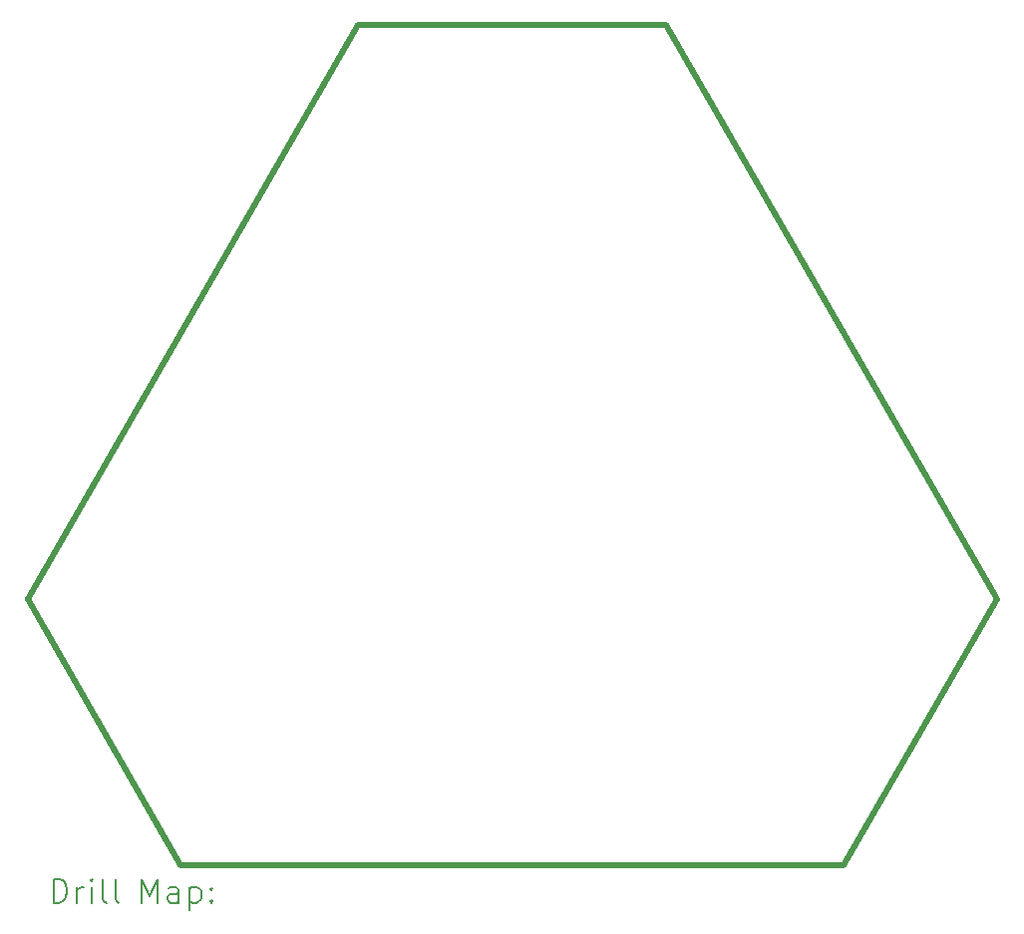
<source format=gbr>
%TF.GenerationSoftware,KiCad,Pcbnew,(6.99.0-2452-gdb4f2d9dd8)*%
%TF.CreationDate,2022-08-02T15:55:03-05:00*%
%TF.ProjectId,IG,49472e6b-6963-4616-945f-706362585858,rev?*%
%TF.SameCoordinates,Original*%
%TF.FileFunction,Drillmap*%
%TF.FilePolarity,Positive*%
%FSLAX45Y45*%
G04 Gerber Fmt 4.5, Leading zero omitted, Abs format (unit mm)*
G04 Created by KiCad (PCBNEW (6.99.0-2452-gdb4f2d9dd8)) date 2022-08-02 15:55:03*
%MOMM*%
%LPD*%
G01*
G04 APERTURE LIST*
%ADD10C,0.520000*%
%ADD11C,0.200000*%
G04 APERTURE END LIST*
D10*
X23417040Y-3860638D02*
X26225576Y-8737248D01*
X24927691Y-10999362D02*
X24927691Y-10999362D01*
X23417040Y-3860638D02*
X23417040Y-3860638D01*
X17994425Y-8737202D02*
X17994425Y-8737202D01*
X20802956Y-3860638D02*
X20802956Y-3860638D01*
X26225576Y-8737248D02*
X24927691Y-10999362D01*
X19292301Y-10999351D02*
X17994425Y-8737202D01*
X24927691Y-10999362D02*
X19292301Y-10999351D01*
X17994425Y-8737202D02*
X20802956Y-3860638D01*
X20802956Y-3860638D02*
X23417040Y-3860638D01*
X19292301Y-10999351D02*
X19292301Y-10999351D01*
D11*
X18216044Y-11318838D02*
X18216044Y-11118838D01*
X18216044Y-11118838D02*
X18263663Y-11118838D01*
X18263663Y-11118838D02*
X18292234Y-11128362D01*
X18292234Y-11128362D02*
X18311282Y-11147409D01*
X18311282Y-11147409D02*
X18320805Y-11166457D01*
X18320805Y-11166457D02*
X18330329Y-11204552D01*
X18330329Y-11204552D02*
X18330329Y-11233124D01*
X18330329Y-11233124D02*
X18320805Y-11271219D01*
X18320805Y-11271219D02*
X18311282Y-11290266D01*
X18311282Y-11290266D02*
X18292234Y-11309314D01*
X18292234Y-11309314D02*
X18263663Y-11318838D01*
X18263663Y-11318838D02*
X18216044Y-11318838D01*
X18416044Y-11318838D02*
X18416044Y-11185504D01*
X18416044Y-11223600D02*
X18425567Y-11204552D01*
X18425567Y-11204552D02*
X18435091Y-11195028D01*
X18435091Y-11195028D02*
X18454139Y-11185504D01*
X18454139Y-11185504D02*
X18473186Y-11185504D01*
X18539853Y-11318838D02*
X18539853Y-11185504D01*
X18539853Y-11118838D02*
X18530329Y-11128362D01*
X18530329Y-11128362D02*
X18539853Y-11137886D01*
X18539853Y-11137886D02*
X18549377Y-11128362D01*
X18549377Y-11128362D02*
X18539853Y-11118838D01*
X18539853Y-11118838D02*
X18539853Y-11137886D01*
X18663663Y-11318838D02*
X18644615Y-11309314D01*
X18644615Y-11309314D02*
X18635091Y-11290266D01*
X18635091Y-11290266D02*
X18635091Y-11118838D01*
X18768424Y-11318838D02*
X18749377Y-11309314D01*
X18749377Y-11309314D02*
X18739853Y-11290266D01*
X18739853Y-11290266D02*
X18739853Y-11118838D01*
X18964615Y-11318838D02*
X18964615Y-11118838D01*
X18964615Y-11118838D02*
X19031282Y-11261695D01*
X19031282Y-11261695D02*
X19097948Y-11118838D01*
X19097948Y-11118838D02*
X19097948Y-11318838D01*
X19278901Y-11318838D02*
X19278901Y-11214076D01*
X19278901Y-11214076D02*
X19269377Y-11195028D01*
X19269377Y-11195028D02*
X19250329Y-11185504D01*
X19250329Y-11185504D02*
X19212234Y-11185504D01*
X19212234Y-11185504D02*
X19193186Y-11195028D01*
X19278901Y-11309314D02*
X19259853Y-11318838D01*
X19259853Y-11318838D02*
X19212234Y-11318838D01*
X19212234Y-11318838D02*
X19193186Y-11309314D01*
X19193186Y-11309314D02*
X19183663Y-11290266D01*
X19183663Y-11290266D02*
X19183663Y-11271219D01*
X19183663Y-11271219D02*
X19193186Y-11252171D01*
X19193186Y-11252171D02*
X19212234Y-11242647D01*
X19212234Y-11242647D02*
X19259853Y-11242647D01*
X19259853Y-11242647D02*
X19278901Y-11233124D01*
X19374139Y-11185504D02*
X19374139Y-11385504D01*
X19374139Y-11195028D02*
X19393186Y-11185504D01*
X19393186Y-11185504D02*
X19431282Y-11185504D01*
X19431282Y-11185504D02*
X19450329Y-11195028D01*
X19450329Y-11195028D02*
X19459853Y-11204552D01*
X19459853Y-11204552D02*
X19469377Y-11223600D01*
X19469377Y-11223600D02*
X19469377Y-11280743D01*
X19469377Y-11280743D02*
X19459853Y-11299790D01*
X19459853Y-11299790D02*
X19450329Y-11309314D01*
X19450329Y-11309314D02*
X19431282Y-11318838D01*
X19431282Y-11318838D02*
X19393186Y-11318838D01*
X19393186Y-11318838D02*
X19374139Y-11309314D01*
X19555091Y-11299790D02*
X19564615Y-11309314D01*
X19564615Y-11309314D02*
X19555091Y-11318838D01*
X19555091Y-11318838D02*
X19545567Y-11309314D01*
X19545567Y-11309314D02*
X19555091Y-11299790D01*
X19555091Y-11299790D02*
X19555091Y-11318838D01*
X19555091Y-11195028D02*
X19564615Y-11204552D01*
X19564615Y-11204552D02*
X19555091Y-11214076D01*
X19555091Y-11214076D02*
X19545567Y-11204552D01*
X19545567Y-11204552D02*
X19555091Y-11195028D01*
X19555091Y-11195028D02*
X19555091Y-11214076D01*
M02*

</source>
